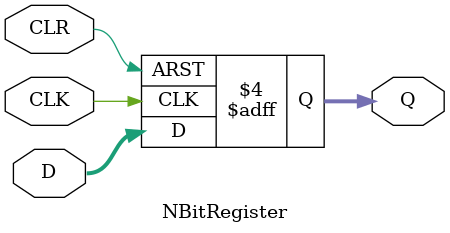
<source format=sv>
module NBitRegister #(parameter N = 8) 
(
	input [N-1:0] D,									
	input CLK, CLR, 									
	output logic [N-1:0] Q 						
);
	
	always @ (negedge CLK, negedge CLR) begin
		if (CLR == 1'b0) 
			Q <= 0; 										//zero out register 
		else if (CLK == 1'b0) 
			Q <= D; 										//data input values loaded in 
	end
endmodule 
</source>
